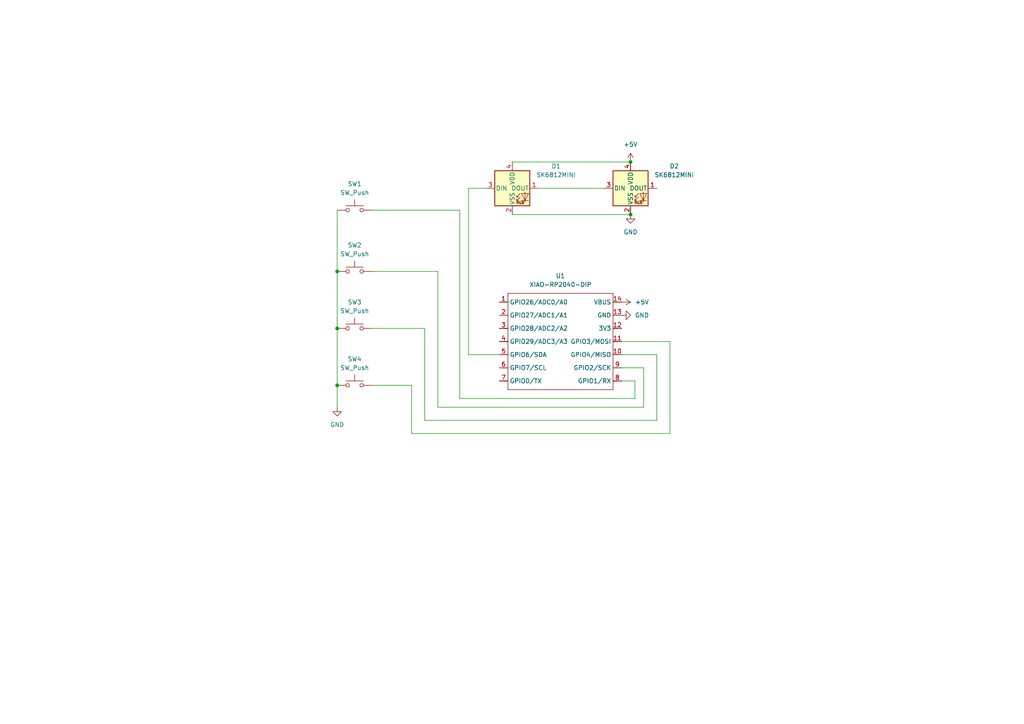
<source format=kicad_sch>
(kicad_sch (version 20250114) (generator "eeschema") (generator_version "9.0")
  (paper "A4")
  (lib_symbols
    (symbol "LED:SK6812MINI" (pin_names (offset 0.254))
      (property "Reference" "D" (at 5.08 5.715 0))
      (property "Value" "SK6812MINI" (at 1.27 -5.715 0))
      (symbol "SK6812MINI_0_0"
        (text "RGB" (at 2.286 -4.191 0) (effects (font (size 0.762 0.762))))
      )
      (symbol "SK6812MINI_0_1"
        (polyline (pts (xy 1.27 -2.54) (xy 1.778 -2.54)))
        (polyline (pts (xy 1.27 -3.556) (xy 1.778 -3.556)))
        (polyline (pts (xy 2.286 -1.524) (xy 1.27 -2.54) (xy 1.27 -2.032)))
        (polyline (pts (xy 2.286 -2.54) (xy 1.27 -3.556) (xy 1.27 -3.048)))
        (polyline (pts (xy 3.683 -1.016) (xy 3.683 -3.556) (xy 3.683 -4.064)))
        (polyline (pts (xy 4.699 -1.524) (xy 2.667 -1.524) (xy 3.683 -3.556) (xy 4.699 -1.524)))
        (polyline (pts (xy 4.699 -3.556) (xy 2.667 -3.556)))
        (rectangle (start 5.08 5.08) (end -5.08 -5.08) (stroke (width 0.254)) (fill (type background)))
      )
      (symbol "SK6812MINI_1_1"
        (pin input line (at -7.62 0 0) (length 2.54) (name "DIN") (number "3"))
        (pin power_in line (at 0 7.62 270) (length 2.54) (name "VDD") (number "4"))
        (pin power_in line (at 0 -7.62 90) (length 2.54) (name "VSS") (number "2"))
        (pin output line (at 7.62 0 180) (length 2.54) (name "DOUT") (number "1"))
      )
    )
    (symbol "OPL:XIAO-RP2040-DIP"
      (property "Reference" "U" (at 0 0 0))
      (property "Value" "XIAO-RP2040-DIP" (at 5.334 -1.778 0))
      (symbol "XIAO-RP2040-DIP_1_0"
        (polyline (pts (xy -1.27 -2.54) (xy 29.21 -2.54)) (stroke (width 0.1524)))
        (polyline (pts (xy -1.27 -5.08) (xy -2.54 -5.08)) (stroke (width 0.1524)))
        (polyline (pts (xy -1.27 -5.08) (xy -1.27 -2.54)) (stroke (width 0.1524)))
        (polyline (pts (xy -1.27 -8.89) (xy -2.54 -8.89)) (stroke (width 0.1524)))
        (polyline (pts (xy -1.27 -8.89) (xy -1.27 -5.08)) (stroke (width 0.1524)))
        (polyline (pts (xy -1.27 -12.7) (xy -2.54 -12.7)) (stroke (width 0.1524)))
        (polyline (pts (xy -1.27 -12.7) (xy -1.27 -8.89)) (stroke (width 0.1524)))
        (polyline (pts (xy -1.27 -16.51) (xy -2.54 -16.51)) (stroke (width 0.1524)))
        (polyline (pts (xy -1.27 -16.51) (xy -1.27 -12.7)) (stroke (width 0.1524)))
        (polyline (pts (xy -1.27 -20.32) (xy -2.54 -20.32)) (stroke (width 0.1524)))
        (polyline (pts (xy -1.27 -24.13) (xy -2.54 -24.13)) (stroke (width 0.1524)))
        (polyline (pts (xy -1.27 -27.94) (xy -2.54 -27.94)) (stroke (width 0.1524)))
        (polyline (pts (xy -1.27 -30.48) (xy -1.27 -16.51)) (stroke (width 0.1524)))
        (polyline (pts (xy 29.21 -2.54) (xy 29.21 -5.08)) (stroke (width 0.1524)))
        (polyline (pts (xy 29.21 -5.08) (xy 29.21 -8.89)) (stroke (width 0.1524)))
        (polyline (pts (xy 29.21 -8.89) (xy 29.21 -12.7)) (stroke (width 0.1524)))
        (polyline (pts (xy 29.21 -12.7) (xy 29.21 -30.48)) (stroke (width 0.1524)))
        (polyline (pts (xy 29.21 -30.48) (xy -1.27 -30.48)) (stroke (width 0.1524)))
        (polyline (pts (xy 30.48 -5.08) (xy 29.21 -5.08)) (stroke (width 0.1524)))
        (polyline (pts (xy 30.48 -8.89) (xy 29.21 -8.89)) (stroke (width 0.1524)))
        (polyline (pts (xy 30.48 -12.7) (xy 29.21 -12.7)) (stroke (width 0.1524)))
        (polyline (pts (xy 30.48 -16.51) (xy 29.21 -16.51)) (stroke (width 0.1524)))
        (polyline (pts (xy 30.48 -20.32) (xy 29.21 -20.32)) (stroke (width 0.1524)))
        (polyline (pts (xy 30.48 -24.13) (xy 29.21 -24.13)) (stroke (width 0.1524)))
        (polyline (pts (xy 30.48 -27.94) (xy 29.21 -27.94)) (stroke (width 0.1524)))
        (pin passive line (at -3.81 -5.08 0) (length 2.54) (name "GPIO26/ADC0/A0") (number "1"))
        (pin passive line (at -3.81 -8.89 0) (length 2.54) (name "GPIO27/ADC1/A1") (number "2"))
        (pin passive line (at -3.81 -12.7 0) (length 2.54) (name "GPIO28/ADC2/A2") (number "3"))
        (pin passive line (at -3.81 -16.51 0) (length 2.54) (name "GPIO29/ADC3/A3") (number "4"))
        (pin passive line (at -3.81 -20.32 0) (length 2.54) (name "GPIO6/SDA") (number "5"))
        (pin passive line (at -3.81 -24.13 0) (length 2.54) (name "GPIO7/SCL") (number "6"))
        (pin passive line (at -3.81 -27.94 0) (length 2.54) (name "GPIO0/TX") (number "7"))
        (pin passive line (at 31.75 -5.08 180) (length 2.54) (name "VBUS") (number "14"))
        (pin passive line (at 31.75 -8.89 180) (length 2.54) (name "GND") (number "13"))
        (pin passive line (at 31.75 -12.7 180) (length 2.54) (name "3V3") (number "12"))
        (pin passive line (at 31.75 -16.51 180) (length 2.54) (name "GPIO3/MOSI") (number "11"))
        (pin passive line (at 31.75 -20.32 180) (length 2.54) (name "GPIO4/MISO") (number "10"))
        (pin passive line (at 31.75 -24.13 180) (length 2.54) (name "GPIO2/SCK") (number "9"))
        (pin passive line (at 31.75 -27.94 180) (length 2.54) (name "GPIO1/RX") (number "8"))
      )
    )
    (symbol "Switch:SW_Push" (pin_numbers (hide yes)) (pin_names (offset 1.016) (hide yes))
      (property "Reference" "SW" (at 1.27 2.54 0))
      (property "Value" "SW_Push" (at 0 -1.524 0))
      (symbol "SW_Push_0_1"
        (circle (center -2.032 0) (radius 0.508))
        (polyline (pts (xy 0 1.27) (xy 0 3.048)))
        (circle (center 2.032 0) (radius 0.508))
        (polyline (pts (xy 2.54 1.27) (xy -2.54 1.27)))
        (pin passive line (at -5.08 0 0) (length 2.54) (name "1") (number "1"))
        (pin passive line (at 5.08 0 180) (length 2.54) (name "2") (number "2"))
      )
    )
    (symbol "power:+5V" (power) (pin_numbers (hide yes)) (pin_names (offset 0) (hide yes))
      (property "Value" "+5V" (at 0 3.556 0))
      (symbol "+5V_0_1"
        (polyline (pts (xy -0.762 1.27) (xy 0 2.54)))
        (polyline (pts (xy 0 2.54) (xy 0.762 1.27)))
        (polyline (pts (xy 0 0) (xy 0 2.54)))
      )
      (symbol "+5V_1_1"
        (pin power_in line (at 0 0 90) (length 0) (name "~") (number "1"))
      )
    )
    (symbol "power:GND" (power) (pin_numbers (hide yes)) (pin_names (offset 0) (hide yes))
      (property "Value" "GND" (at 0 -3.81 0))
      (symbol "GND_0_1"
        (polyline (pts (xy 0 0) (xy 0 -1.27) (xy 1.27 -1.27) (xy 0 -2.54) (xy -1.27 -1.27) (xy 0 -1.27)))
      )
      (symbol "GND_1_1"
        (pin power_in line (at 0 0 270) (length 0) (name "~") (number "1"))
      )
    )
  )
  (junction (at 97.79 111.76))
  (junction (at 97.79 78.74))
  (junction (at 182.88 62.23))
  (junction (at 97.79 95.25))
  (junction (at 182.88 46.99))
  (wire (pts (xy 186.69 118.11) (xy 186.69 106.68)))
  (wire (pts (xy 107.95 111.76) (xy 119.38 111.76)))
  (wire (pts (xy 184.15 110.49) (xy 180.34 110.49)))
  (wire (pts (xy 148.59 62.23) (xy 182.88 62.23)))
  (wire (pts (xy 140.97 54.61) (xy 135.89 54.61)))
  (wire (pts (xy 148.59 46.99) (xy 182.88 46.99)))
  (wire (pts (xy 133.35 60.96) (xy 133.35 115.57)))
  (wire (pts (xy 97.79 111.76) (xy 97.79 118.11)))
  (wire (pts (xy 184.15 115.57) (xy 184.15 110.49)))
  (wire (pts (xy 119.38 111.76) (xy 119.38 125.73)))
  (wire (pts (xy 133.35 115.57) (xy 184.15 115.57)))
  (wire (pts (xy 127 78.74) (xy 127 118.11)))
  (wire (pts (xy 97.79 95.25) (xy 97.79 111.76)))
  (wire (pts (xy 123.19 95.25) (xy 123.19 121.92)))
  (wire (pts (xy 107.95 95.25) (xy 123.19 95.25)))
  (wire (pts (xy 194.31 99.06) (xy 180.34 99.06)))
  (wire (pts (xy 119.38 125.73) (xy 194.31 125.73)))
  (wire (pts (xy 194.31 125.73) (xy 194.31 99.06)))
  (wire (pts (xy 190.5 121.92) (xy 190.5 102.87)))
  (wire (pts (xy 107.95 60.96) (xy 133.35 60.96)))
  (wire (pts (xy 97.79 60.96) (xy 97.79 78.74)))
  (wire (pts (xy 190.5 102.87) (xy 180.34 102.87)))
  (wire (pts (xy 97.79 78.74) (xy 97.79 95.25)))
  (wire (pts (xy 127 118.11) (xy 186.69 118.11)))
  (wire (pts (xy 186.69 106.68) (xy 180.34 106.68)))
  (wire (pts (xy 107.95 78.74) (xy 127 78.74)))
  (wire (pts (xy 156.21 54.61) (xy 175.26 54.61)))
  (wire (pts (xy 135.89 102.87) (xy 144.78 102.87)))
  (wire (pts (xy 123.19 121.92) (xy 190.5 121.92)))
  (wire (pts (xy 135.89 54.61) (xy 135.89 102.87)))
  (symbol (lib_id "LED:SK6812MINI") (at 148.59 54.61 0) (unit 1)
    (property "Reference" "D1" (at 161.29 48.1898 0))
    (property "Value" "SK6812MINI" (at 161.29 50.7298 0))
    (property "Footprint" "LED_SMD:LED_SK6812MINI_PLCC4_3.5x3.5mm_P1.75mm" (effects (hide yes)))
    (property "Datasheet" "https://cdn-shop.adafruit.com/product-files/2686/SK6812MINI_REV.01-1-2.pdf" (effects (hide yes)))
    (property "Description" "RGB LED with integrated controller" (effects (hide yes)))
  )
  (symbol (lib_id "Switch:SW_Push") (at 102.87 78.74 0) (unit 1)
    (property "Reference" "SW2" (at 102.87 71.12 0))
    (property "Value" "SW_Push" (at 102.87 73.66 0))
    (property "Footprint" "ScottoKeebs_MX:MX_PCB_1.00u" (effects (hide yes)))
    (property "Description" "Push button switch, generic, two pins" (effects (hide yes)))
  )
  (symbol (lib_id "power:GND") (at 180.34 91.44 90) (unit 1)
    (property "Reference" "#PWR04" (effects (hide yes)))
    (property "Value" "GND" (at 184.15 91.4399 90) (effects (justify right)))
    (property "Description" "Power symbol creates a global label with name \"GND\" , ground" (effects (hide yes)))
  )
  (symbol (lib_id "power:GND") (at 182.88 62.23 0) (unit 1)
    (property "Reference" "#PWR03" (effects (hide yes)))
    (property "Value" "GND" (at 182.88 67.31 0))
    (property "Description" "Power symbol creates a global label with name \"GND\" , ground" (effects (hide yes)))
  )
  (symbol (lib_id "OPL:XIAO-RP2040-DIP") (at 148.59 82.55 0) (unit 1)
    (property "Reference" "U1" (at 162.56 80.01 0))
    (property "Value" "XIAO-RP2040-DIP" (at 162.56 82.55 0))
    (property "Footprint" "OPL:XIAO-RP2040-DIP" (effects (hide yes)))
  )
  (symbol (lib_id "power:+5V") (at 180.34 87.63 270) (unit 1)
    (property "Reference" "#PWR05" (effects (hide yes)))
    (property "Value" "+5V" (at 184.15 87.6299 90) (effects (justify left)))
    (property "Description" "Power symbol creates a global label with name \"+5V\"" (effects (hide yes)))
  )
  (symbol (lib_id "Switch:SW_Push") (at 102.87 60.96 0) (unit 1)
    (property "Reference" "SW1" (at 102.87 53.34 0))
    (property "Value" "SW_Push" (at 102.87 55.88 0))
    (property "Footprint" "ScottoKeebs_MX:MX_PCB_1.00u" (effects (hide yes)))
    (property "Description" "Push button switch, generic, two pins" (effects (hide yes)))
  )
  (symbol (lib_id "Switch:SW_Push") (at 102.87 111.76 0) (unit 1)
    (property "Reference" "SW4" (at 102.87 104.14 0))
    (property "Value" "SW_Push" (at 102.87 106.68 0))
    (property "Footprint" "ScottoKeebs_MX:MX_PCB_1.00u" (effects (hide yes)))
    (property "Description" "Push button switch, generic, two pins" (effects (hide yes)))
  )
  (symbol (lib_id "LED:SK6812MINI") (at 182.88 54.61 0) (unit 1)
    (property "Reference" "D2" (at 195.58 48.1898 0))
    (property "Value" "SK6812MINI" (at 195.58 50.7298 0))
    (property "Footprint" "LED_SMD:LED_SK6812MINI_PLCC4_3.5x3.5mm_P1.75mm" (effects (hide yes)))
    (property "Datasheet" "https://cdn-shop.adafruit.com/product-files/2686/SK6812MINI_REV.01-1-2.pdf" (effects (hide yes)))
    (property "Description" "RGB LED with integrated controller" (effects (hide yes)))
  )
  (symbol (lib_id "Switch:SW_Push") (at 102.87 95.25 0) (unit 1)
    (property "Reference" "SW3" (at 102.87 87.63 0))
    (property "Value" "SW_Push" (at 102.87 90.17 0))
    (property "Footprint" "ScottoKeebs_MX:MX_PCB_1.00u" (effects (hide yes)))
    (property "Description" "Push button switch, generic, two pins" (effects (hide yes)))
  )
  (symbol (lib_id "power:+5V") (at 182.88 46.99 0) (unit 1)
    (property "Reference" "#PWR02" (effects (hide yes)))
    (property "Value" "+5V" (at 182.88 41.91 0))
    (property "Description" "Power symbol creates a global label with name \"+5V\"" (effects (hide yes)))
  )
  (symbol (lib_id "power:GND") (at 97.79 118.11 0) (unit 1)
    (property "Reference" "#PWR01" (effects (hide yes)))
    (property "Value" "GND" (at 97.79 123.19 0))
    (property "Description" "Power symbol creates a global label with name \"GND\" , ground" (effects (hide yes)))
  )
)
</source>
